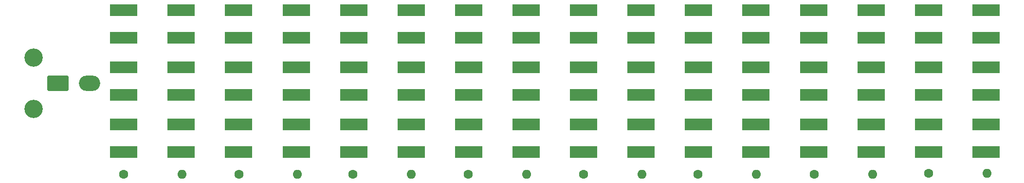
<source format=gbr>
%TF.GenerationSoftware,KiCad,Pcbnew,(6.0.5)*%
%TF.CreationDate,2023-02-26T02:49:59+09:00*%
%TF.ProjectId,_____,0c08746c-f12e-46b6-9963-61645f706362,rev?*%
%TF.SameCoordinates,Original*%
%TF.FileFunction,Soldermask,Top*%
%TF.FilePolarity,Negative*%
%FSLAX46Y46*%
G04 Gerber Fmt 4.6, Leading zero omitted, Abs format (unit mm)*
G04 Created by KiCad (PCBNEW (6.0.5)) date 2023-02-26 02:49:59*
%MOMM*%
%LPD*%
G01*
G04 APERTURE LIST*
G04 Aperture macros list*
%AMRoundRect*
0 Rectangle with rounded corners*
0 $1 Rounding radius*
0 $2 $3 $4 $5 $6 $7 $8 $9 X,Y pos of 4 corners*
0 Add a 4 corners polygon primitive as box body*
4,1,4,$2,$3,$4,$5,$6,$7,$8,$9,$2,$3,0*
0 Add four circle primitives for the rounded corners*
1,1,$1+$1,$2,$3*
1,1,$1+$1,$4,$5*
1,1,$1+$1,$6,$7*
1,1,$1+$1,$8,$9*
0 Add four rect primitives between the rounded corners*
20,1,$1+$1,$2,$3,$4,$5,0*
20,1,$1+$1,$4,$5,$6,$7,0*
20,1,$1+$1,$6,$7,$8,$9,0*
20,1,$1+$1,$8,$9,$2,$3,0*%
G04 Aperture macros list end*
%ADD10C,1.600000*%
%ADD11O,1.600000X1.600000*%
%ADD12R,4.790000X2.000000*%
%ADD13C,3.200000*%
%ADD14RoundRect,0.250001X1.599999X-1.099999X1.599999X1.099999X-1.599999X1.099999X-1.599999X-1.099999X0*%
%ADD15O,3.700000X2.700000*%
G04 APERTURE END LIST*
D10*
%TO.C,R8*%
X216000000Y-97028000D03*
D11*
X226160000Y-97028000D03*
%TD*%
D10*
%TO.C,R7*%
X196088000Y-97155000D03*
D11*
X206248000Y-97155000D03*
%TD*%
D10*
%TO.C,R5*%
X155956000Y-97155000D03*
D11*
X166116000Y-97155000D03*
%TD*%
D12*
%TO.C,D22*%
X146000000Y-73300000D03*
X146000000Y-68500000D03*
%TD*%
%TO.C,D38*%
X196000000Y-78500000D03*
X196000000Y-83300000D03*
%TD*%
%TO.C,D31*%
X176000000Y-88500000D03*
X176000000Y-93300000D03*
%TD*%
%TO.C,D15*%
X116000000Y-68500000D03*
X116000000Y-73300000D03*
%TD*%
%TO.C,D1*%
X76000000Y-88500000D03*
X76000000Y-93300000D03*
%TD*%
%TO.C,D43*%
X216000000Y-88500000D03*
X216000000Y-93300000D03*
%TD*%
%TO.C,D30*%
X166000000Y-93300000D03*
X166000000Y-88500000D03*
%TD*%
%TO.C,D32*%
X176000000Y-78500000D03*
X176000000Y-83300000D03*
%TD*%
%TO.C,D5*%
X86000000Y-83300000D03*
X86000000Y-78500000D03*
%TD*%
%TO.C,D42*%
X206000000Y-93300000D03*
X206000000Y-88500000D03*
%TD*%
D13*
%TO.C,J1*%
X60316000Y-76780000D03*
X60316000Y-85780000D03*
D14*
X64516000Y-81280000D03*
D15*
X70016000Y-81280000D03*
%TD*%
D12*
%TO.C,D21*%
X136000000Y-68500000D03*
X136000000Y-73300000D03*
%TD*%
%TO.C,D16*%
X126000000Y-73300000D03*
X126000000Y-68500000D03*
%TD*%
%TO.C,D4*%
X86000000Y-73300000D03*
X86000000Y-68500000D03*
%TD*%
%TO.C,D26*%
X156000000Y-78500000D03*
X156000000Y-83300000D03*
%TD*%
%TO.C,D24*%
X146000000Y-93300000D03*
X146000000Y-88500000D03*
%TD*%
%TO.C,D3*%
X76000000Y-68500000D03*
X76000000Y-73300000D03*
%TD*%
%TO.C,D13*%
X116000000Y-88500000D03*
X116000000Y-93300000D03*
%TD*%
D10*
%TO.C,R6*%
X175895000Y-97155000D03*
D11*
X186055000Y-97155000D03*
%TD*%
D10*
%TO.C,R2*%
X96012000Y-97155000D03*
D11*
X106172000Y-97155000D03*
%TD*%
D12*
%TO.C,D12*%
X106000000Y-93300000D03*
X106000000Y-88500000D03*
%TD*%
D10*
%TO.C,R4*%
X135890000Y-97155000D03*
D11*
X146050000Y-97155000D03*
%TD*%
D12*
%TO.C,D40*%
X206000000Y-73300000D03*
X206000000Y-68500000D03*
%TD*%
%TO.C,D41*%
X206000000Y-83300000D03*
X206000000Y-78500000D03*
%TD*%
%TO.C,D44*%
X216000000Y-78500000D03*
X216000000Y-83300000D03*
%TD*%
%TO.C,D33*%
X176000000Y-68500000D03*
X176000000Y-73300000D03*
%TD*%
%TO.C,D36*%
X186000000Y-93300000D03*
X186000000Y-88500000D03*
%TD*%
%TO.C,D18*%
X126000000Y-93300000D03*
X126000000Y-88500000D03*
%TD*%
%TO.C,D17*%
X126000000Y-83300000D03*
X126000000Y-78500000D03*
%TD*%
%TO.C,D8*%
X96000000Y-78500000D03*
X96000000Y-83300000D03*
%TD*%
%TO.C,D9*%
X96000000Y-68500000D03*
X96000000Y-73300000D03*
%TD*%
%TO.C,D29*%
X166000000Y-83300000D03*
X166000000Y-78500000D03*
%TD*%
D10*
%TO.C,R1*%
X76000000Y-97155000D03*
D11*
X86160000Y-97155000D03*
%TD*%
D10*
%TO.C,R3*%
X115824000Y-97155000D03*
D11*
X125984000Y-97155000D03*
%TD*%
D12*
%TO.C,D39*%
X196000000Y-68500000D03*
X196000000Y-73300000D03*
%TD*%
%TO.C,D14*%
X116000000Y-78500000D03*
X116000000Y-83300000D03*
%TD*%
%TO.C,D25*%
X156000000Y-88500000D03*
X156000000Y-93300000D03*
%TD*%
%TO.C,D28*%
X166000000Y-73300000D03*
X166000000Y-68500000D03*
%TD*%
%TO.C,D23*%
X146000000Y-83300000D03*
X146000000Y-78500000D03*
%TD*%
%TO.C,D11*%
X106000000Y-83300000D03*
X106000000Y-78500000D03*
%TD*%
%TO.C,D35*%
X186000000Y-83300000D03*
X186000000Y-78500000D03*
%TD*%
%TO.C,D27*%
X156000000Y-68500000D03*
X156000000Y-73300000D03*
%TD*%
%TO.C,D34*%
X186000000Y-73300000D03*
X186000000Y-68500000D03*
%TD*%
%TO.C,D45*%
X216000000Y-68500000D03*
X216000000Y-73300000D03*
%TD*%
%TO.C,D7*%
X96000000Y-88500000D03*
X96000000Y-93300000D03*
%TD*%
%TO.C,D19*%
X136000000Y-88500000D03*
X136000000Y-93300000D03*
%TD*%
%TO.C,D46*%
X226000000Y-73300000D03*
X226000000Y-68500000D03*
%TD*%
%TO.C,D47*%
X226000000Y-83300000D03*
X226000000Y-78500000D03*
%TD*%
%TO.C,D10*%
X106000000Y-73300000D03*
X106000000Y-68500000D03*
%TD*%
%TO.C,D37*%
X196000000Y-88500000D03*
X196000000Y-93300000D03*
%TD*%
%TO.C,D20*%
X136000000Y-78500000D03*
X136000000Y-83300000D03*
%TD*%
%TO.C,D2*%
X76000000Y-78500000D03*
X76000000Y-83300000D03*
%TD*%
%TO.C,D48*%
X226000000Y-93300000D03*
X226000000Y-88500000D03*
%TD*%
%TO.C,D6*%
X86000000Y-93300000D03*
X86000000Y-88500000D03*
%TD*%
M02*

</source>
